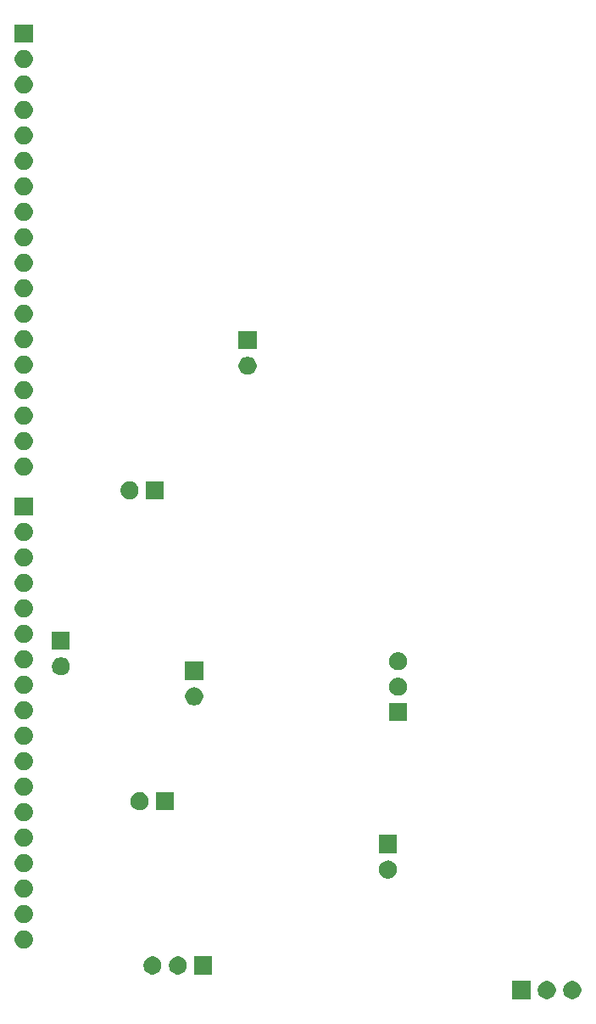
<source format=gbr>
G04 #@! TF.GenerationSoftware,KiCad,Pcbnew,(5.1.5-0-10_14)*
G04 #@! TF.CreationDate,2021-03-08T16:24:23-08:00*
G04 #@! TF.ProjectId,strive_pcb_rev2,73747269-7665-45f7-9063-625f72657632,rev?*
G04 #@! TF.SameCoordinates,Original*
G04 #@! TF.FileFunction,Soldermask,Bot*
G04 #@! TF.FilePolarity,Negative*
%FSLAX46Y46*%
G04 Gerber Fmt 4.6, Leading zero omitted, Abs format (unit mm)*
G04 Created by KiCad (PCBNEW (5.1.5-0-10_14)) date 2021-03-08 16:24:23*
%MOMM*%
%LPD*%
G04 APERTURE LIST*
%ADD10C,0.100000*%
G04 APERTURE END LIST*
D10*
G36*
X190778612Y-138930927D02*
G01*
X190927912Y-138960624D01*
X191091884Y-139028544D01*
X191239454Y-139127147D01*
X191364953Y-139252646D01*
X191463556Y-139400216D01*
X191531476Y-139564188D01*
X191566100Y-139738259D01*
X191566100Y-139915741D01*
X191531476Y-140089812D01*
X191463556Y-140253784D01*
X191364953Y-140401354D01*
X191239454Y-140526853D01*
X191091884Y-140625456D01*
X190927912Y-140693376D01*
X190778612Y-140723073D01*
X190753842Y-140728000D01*
X190576358Y-140728000D01*
X190551588Y-140723073D01*
X190402288Y-140693376D01*
X190238316Y-140625456D01*
X190090746Y-140526853D01*
X189965247Y-140401354D01*
X189866644Y-140253784D01*
X189798724Y-140089812D01*
X189764100Y-139915741D01*
X189764100Y-139738259D01*
X189798724Y-139564188D01*
X189866644Y-139400216D01*
X189965247Y-139252646D01*
X190090746Y-139127147D01*
X190238316Y-139028544D01*
X190402288Y-138960624D01*
X190551588Y-138930927D01*
X190576358Y-138926000D01*
X190753842Y-138926000D01*
X190778612Y-138930927D01*
G37*
G36*
X188238612Y-138930927D02*
G01*
X188387912Y-138960624D01*
X188551884Y-139028544D01*
X188699454Y-139127147D01*
X188824953Y-139252646D01*
X188923556Y-139400216D01*
X188991476Y-139564188D01*
X189026100Y-139738259D01*
X189026100Y-139915741D01*
X188991476Y-140089812D01*
X188923556Y-140253784D01*
X188824953Y-140401354D01*
X188699454Y-140526853D01*
X188551884Y-140625456D01*
X188387912Y-140693376D01*
X188238612Y-140723073D01*
X188213842Y-140728000D01*
X188036358Y-140728000D01*
X188011588Y-140723073D01*
X187862288Y-140693376D01*
X187698316Y-140625456D01*
X187550746Y-140526853D01*
X187425247Y-140401354D01*
X187326644Y-140253784D01*
X187258724Y-140089812D01*
X187224100Y-139915741D01*
X187224100Y-139738259D01*
X187258724Y-139564188D01*
X187326644Y-139400216D01*
X187425247Y-139252646D01*
X187550746Y-139127147D01*
X187698316Y-139028544D01*
X187862288Y-138960624D01*
X188011588Y-138930927D01*
X188036358Y-138926000D01*
X188213842Y-138926000D01*
X188238612Y-138930927D01*
G37*
G36*
X186486100Y-140728000D02*
G01*
X184684100Y-140728000D01*
X184684100Y-138926000D01*
X186486100Y-138926000D01*
X186486100Y-140728000D01*
G37*
G36*
X148855912Y-136467127D02*
G01*
X149005212Y-136496824D01*
X149169184Y-136564744D01*
X149316754Y-136663347D01*
X149442253Y-136788846D01*
X149540856Y-136936416D01*
X149608776Y-137100388D01*
X149643400Y-137274459D01*
X149643400Y-137451941D01*
X149608776Y-137626012D01*
X149540856Y-137789984D01*
X149442253Y-137937554D01*
X149316754Y-138063053D01*
X149169184Y-138161656D01*
X149005212Y-138229576D01*
X148855912Y-138259273D01*
X148831142Y-138264200D01*
X148653658Y-138264200D01*
X148628888Y-138259273D01*
X148479588Y-138229576D01*
X148315616Y-138161656D01*
X148168046Y-138063053D01*
X148042547Y-137937554D01*
X147943944Y-137789984D01*
X147876024Y-137626012D01*
X147841400Y-137451941D01*
X147841400Y-137274459D01*
X147876024Y-137100388D01*
X147943944Y-136936416D01*
X148042547Y-136788846D01*
X148168046Y-136663347D01*
X148315616Y-136564744D01*
X148479588Y-136496824D01*
X148628888Y-136467127D01*
X148653658Y-136462200D01*
X148831142Y-136462200D01*
X148855912Y-136467127D01*
G37*
G36*
X151395912Y-136467127D02*
G01*
X151545212Y-136496824D01*
X151709184Y-136564744D01*
X151856754Y-136663347D01*
X151982253Y-136788846D01*
X152080856Y-136936416D01*
X152148776Y-137100388D01*
X152183400Y-137274459D01*
X152183400Y-137451941D01*
X152148776Y-137626012D01*
X152080856Y-137789984D01*
X151982253Y-137937554D01*
X151856754Y-138063053D01*
X151709184Y-138161656D01*
X151545212Y-138229576D01*
X151395912Y-138259273D01*
X151371142Y-138264200D01*
X151193658Y-138264200D01*
X151168888Y-138259273D01*
X151019588Y-138229576D01*
X150855616Y-138161656D01*
X150708046Y-138063053D01*
X150582547Y-137937554D01*
X150483944Y-137789984D01*
X150416024Y-137626012D01*
X150381400Y-137451941D01*
X150381400Y-137274459D01*
X150416024Y-137100388D01*
X150483944Y-136936416D01*
X150582547Y-136788846D01*
X150708046Y-136663347D01*
X150855616Y-136564744D01*
X151019588Y-136496824D01*
X151168888Y-136467127D01*
X151193658Y-136462200D01*
X151371142Y-136462200D01*
X151395912Y-136467127D01*
G37*
G36*
X154723400Y-138264200D02*
G01*
X152921400Y-138264200D01*
X152921400Y-136462200D01*
X154723400Y-136462200D01*
X154723400Y-138264200D01*
G37*
G36*
X136013722Y-133892390D02*
G01*
X136163022Y-133922087D01*
X136326994Y-133990007D01*
X136474564Y-134088610D01*
X136600063Y-134214109D01*
X136698666Y-134361679D01*
X136766586Y-134525651D01*
X136801210Y-134699722D01*
X136801210Y-134877204D01*
X136766586Y-135051275D01*
X136698666Y-135215247D01*
X136600063Y-135362817D01*
X136474564Y-135488316D01*
X136326994Y-135586919D01*
X136163022Y-135654839D01*
X136013722Y-135684536D01*
X135988952Y-135689463D01*
X135811468Y-135689463D01*
X135786698Y-135684536D01*
X135637398Y-135654839D01*
X135473426Y-135586919D01*
X135325856Y-135488316D01*
X135200357Y-135362817D01*
X135101754Y-135215247D01*
X135033834Y-135051275D01*
X134999210Y-134877204D01*
X134999210Y-134699722D01*
X135033834Y-134525651D01*
X135101754Y-134361679D01*
X135200357Y-134214109D01*
X135325856Y-134088610D01*
X135473426Y-133990007D01*
X135637398Y-133922087D01*
X135786698Y-133892390D01*
X135811468Y-133887463D01*
X135988952Y-133887463D01*
X136013722Y-133892390D01*
G37*
G36*
X136013722Y-131352390D02*
G01*
X136163022Y-131382087D01*
X136326994Y-131450007D01*
X136474564Y-131548610D01*
X136600063Y-131674109D01*
X136698666Y-131821679D01*
X136766586Y-131985651D01*
X136801210Y-132159722D01*
X136801210Y-132337204D01*
X136766586Y-132511275D01*
X136698666Y-132675247D01*
X136600063Y-132822817D01*
X136474564Y-132948316D01*
X136326994Y-133046919D01*
X136163022Y-133114839D01*
X136013722Y-133144536D01*
X135988952Y-133149463D01*
X135811468Y-133149463D01*
X135786698Y-133144536D01*
X135637398Y-133114839D01*
X135473426Y-133046919D01*
X135325856Y-132948316D01*
X135200357Y-132822817D01*
X135101754Y-132675247D01*
X135033834Y-132511275D01*
X134999210Y-132337204D01*
X134999210Y-132159722D01*
X135033834Y-131985651D01*
X135101754Y-131821679D01*
X135200357Y-131674109D01*
X135325856Y-131548610D01*
X135473426Y-131450007D01*
X135637398Y-131382087D01*
X135786698Y-131352390D01*
X135811468Y-131347463D01*
X135988952Y-131347463D01*
X136013722Y-131352390D01*
G37*
G36*
X136013722Y-128812390D02*
G01*
X136163022Y-128842087D01*
X136326994Y-128910007D01*
X136474564Y-129008610D01*
X136600063Y-129134109D01*
X136698666Y-129281679D01*
X136766586Y-129445651D01*
X136801210Y-129619722D01*
X136801210Y-129797204D01*
X136766586Y-129971275D01*
X136698666Y-130135247D01*
X136600063Y-130282817D01*
X136474564Y-130408316D01*
X136326994Y-130506919D01*
X136163022Y-130574839D01*
X136013722Y-130604536D01*
X135988952Y-130609463D01*
X135811468Y-130609463D01*
X135786698Y-130604536D01*
X135637398Y-130574839D01*
X135473426Y-130506919D01*
X135325856Y-130408316D01*
X135200357Y-130282817D01*
X135101754Y-130135247D01*
X135033834Y-129971275D01*
X134999210Y-129797204D01*
X134999210Y-129619722D01*
X135033834Y-129445651D01*
X135101754Y-129281679D01*
X135200357Y-129134109D01*
X135325856Y-129008610D01*
X135473426Y-128910007D01*
X135637398Y-128842087D01*
X135786698Y-128812390D01*
X135811468Y-128807463D01*
X135988952Y-128807463D01*
X136013722Y-128812390D01*
G37*
G36*
X172376312Y-126916727D02*
G01*
X172525612Y-126946424D01*
X172689584Y-127014344D01*
X172837154Y-127112947D01*
X172962653Y-127238446D01*
X173061256Y-127386016D01*
X173129176Y-127549988D01*
X173163800Y-127724059D01*
X173163800Y-127901541D01*
X173129176Y-128075612D01*
X173061256Y-128239584D01*
X172962653Y-128387154D01*
X172837154Y-128512653D01*
X172689584Y-128611256D01*
X172525612Y-128679176D01*
X172376312Y-128708873D01*
X172351542Y-128713800D01*
X172174058Y-128713800D01*
X172149288Y-128708873D01*
X171999988Y-128679176D01*
X171836016Y-128611256D01*
X171688446Y-128512653D01*
X171562947Y-128387154D01*
X171464344Y-128239584D01*
X171396424Y-128075612D01*
X171361800Y-127901541D01*
X171361800Y-127724059D01*
X171396424Y-127549988D01*
X171464344Y-127386016D01*
X171562947Y-127238446D01*
X171688446Y-127112947D01*
X171836016Y-127014344D01*
X171999988Y-126946424D01*
X172149288Y-126916727D01*
X172174058Y-126911800D01*
X172351542Y-126911800D01*
X172376312Y-126916727D01*
G37*
G36*
X136013722Y-126272390D02*
G01*
X136163022Y-126302087D01*
X136326994Y-126370007D01*
X136474564Y-126468610D01*
X136600063Y-126594109D01*
X136698666Y-126741679D01*
X136766586Y-126905651D01*
X136801210Y-127079722D01*
X136801210Y-127257204D01*
X136766586Y-127431275D01*
X136698666Y-127595247D01*
X136600063Y-127742817D01*
X136474564Y-127868316D01*
X136326994Y-127966919D01*
X136163022Y-128034839D01*
X136013722Y-128064536D01*
X135988952Y-128069463D01*
X135811468Y-128069463D01*
X135786698Y-128064536D01*
X135637398Y-128034839D01*
X135473426Y-127966919D01*
X135325856Y-127868316D01*
X135200357Y-127742817D01*
X135101754Y-127595247D01*
X135033834Y-127431275D01*
X134999210Y-127257204D01*
X134999210Y-127079722D01*
X135033834Y-126905651D01*
X135101754Y-126741679D01*
X135200357Y-126594109D01*
X135325856Y-126468610D01*
X135473426Y-126370007D01*
X135637398Y-126302087D01*
X135786698Y-126272390D01*
X135811468Y-126267463D01*
X135988952Y-126267463D01*
X136013722Y-126272390D01*
G37*
G36*
X173163800Y-126173800D02*
G01*
X171361800Y-126173800D01*
X171361800Y-124371800D01*
X173163800Y-124371800D01*
X173163800Y-126173800D01*
G37*
G36*
X136013722Y-123732390D02*
G01*
X136163022Y-123762087D01*
X136326994Y-123830007D01*
X136474564Y-123928610D01*
X136600063Y-124054109D01*
X136698666Y-124201679D01*
X136766586Y-124365651D01*
X136801210Y-124539722D01*
X136801210Y-124717204D01*
X136766586Y-124891275D01*
X136698666Y-125055247D01*
X136600063Y-125202817D01*
X136474564Y-125328316D01*
X136326994Y-125426919D01*
X136163022Y-125494839D01*
X136013722Y-125524536D01*
X135988952Y-125529463D01*
X135811468Y-125529463D01*
X135786698Y-125524536D01*
X135637398Y-125494839D01*
X135473426Y-125426919D01*
X135325856Y-125328316D01*
X135200357Y-125202817D01*
X135101754Y-125055247D01*
X135033834Y-124891275D01*
X134999210Y-124717204D01*
X134999210Y-124539722D01*
X135033834Y-124365651D01*
X135101754Y-124201679D01*
X135200357Y-124054109D01*
X135325856Y-123928610D01*
X135473426Y-123830007D01*
X135637398Y-123762087D01*
X135786698Y-123732390D01*
X135811468Y-123727463D01*
X135988952Y-123727463D01*
X136013722Y-123732390D01*
G37*
G36*
X136013722Y-121192390D02*
G01*
X136163022Y-121222087D01*
X136326994Y-121290007D01*
X136474564Y-121388610D01*
X136600063Y-121514109D01*
X136698666Y-121661679D01*
X136766586Y-121825651D01*
X136801210Y-121999722D01*
X136801210Y-122177204D01*
X136766586Y-122351275D01*
X136698666Y-122515247D01*
X136600063Y-122662817D01*
X136474564Y-122788316D01*
X136326994Y-122886919D01*
X136163022Y-122954839D01*
X136013722Y-122984536D01*
X135988952Y-122989463D01*
X135811468Y-122989463D01*
X135786698Y-122984536D01*
X135637398Y-122954839D01*
X135473426Y-122886919D01*
X135325856Y-122788316D01*
X135200357Y-122662817D01*
X135101754Y-122515247D01*
X135033834Y-122351275D01*
X134999210Y-122177204D01*
X134999210Y-121999722D01*
X135033834Y-121825651D01*
X135101754Y-121661679D01*
X135200357Y-121514109D01*
X135325856Y-121388610D01*
X135473426Y-121290007D01*
X135637398Y-121222087D01*
X135786698Y-121192390D01*
X135811468Y-121187463D01*
X135988952Y-121187463D01*
X136013722Y-121192390D01*
G37*
G36*
X150901000Y-121901000D02*
G01*
X149099000Y-121901000D01*
X149099000Y-120099000D01*
X150901000Y-120099000D01*
X150901000Y-121901000D01*
G37*
G36*
X147573512Y-120103927D02*
G01*
X147722812Y-120133624D01*
X147886784Y-120201544D01*
X148034354Y-120300147D01*
X148159853Y-120425646D01*
X148258456Y-120573216D01*
X148326376Y-120737188D01*
X148361000Y-120911259D01*
X148361000Y-121088741D01*
X148326376Y-121262812D01*
X148258456Y-121426784D01*
X148159853Y-121574354D01*
X148034354Y-121699853D01*
X147886784Y-121798456D01*
X147722812Y-121866376D01*
X147573512Y-121896073D01*
X147548742Y-121901000D01*
X147371258Y-121901000D01*
X147346488Y-121896073D01*
X147197188Y-121866376D01*
X147033216Y-121798456D01*
X146885646Y-121699853D01*
X146760147Y-121574354D01*
X146661544Y-121426784D01*
X146593624Y-121262812D01*
X146559000Y-121088741D01*
X146559000Y-120911259D01*
X146593624Y-120737188D01*
X146661544Y-120573216D01*
X146760147Y-120425646D01*
X146885646Y-120300147D01*
X147033216Y-120201544D01*
X147197188Y-120133624D01*
X147346488Y-120103927D01*
X147371258Y-120099000D01*
X147548742Y-120099000D01*
X147573512Y-120103927D01*
G37*
G36*
X136013722Y-118652390D02*
G01*
X136163022Y-118682087D01*
X136326994Y-118750007D01*
X136474564Y-118848610D01*
X136600063Y-118974109D01*
X136698666Y-119121679D01*
X136766586Y-119285651D01*
X136801210Y-119459722D01*
X136801210Y-119637204D01*
X136766586Y-119811275D01*
X136698666Y-119975247D01*
X136600063Y-120122817D01*
X136474564Y-120248316D01*
X136326994Y-120346919D01*
X136163022Y-120414839D01*
X136013722Y-120444536D01*
X135988952Y-120449463D01*
X135811468Y-120449463D01*
X135786698Y-120444536D01*
X135637398Y-120414839D01*
X135473426Y-120346919D01*
X135325856Y-120248316D01*
X135200357Y-120122817D01*
X135101754Y-119975247D01*
X135033834Y-119811275D01*
X134999210Y-119637204D01*
X134999210Y-119459722D01*
X135033834Y-119285651D01*
X135101754Y-119121679D01*
X135200357Y-118974109D01*
X135325856Y-118848610D01*
X135473426Y-118750007D01*
X135637398Y-118682087D01*
X135786698Y-118652390D01*
X135811468Y-118647463D01*
X135988952Y-118647463D01*
X136013722Y-118652390D01*
G37*
G36*
X136013722Y-116112390D02*
G01*
X136163022Y-116142087D01*
X136326994Y-116210007D01*
X136474564Y-116308610D01*
X136600063Y-116434109D01*
X136698666Y-116581679D01*
X136766586Y-116745651D01*
X136801210Y-116919722D01*
X136801210Y-117097204D01*
X136766586Y-117271275D01*
X136698666Y-117435247D01*
X136600063Y-117582817D01*
X136474564Y-117708316D01*
X136326994Y-117806919D01*
X136163022Y-117874839D01*
X136013722Y-117904536D01*
X135988952Y-117909463D01*
X135811468Y-117909463D01*
X135786698Y-117904536D01*
X135637398Y-117874839D01*
X135473426Y-117806919D01*
X135325856Y-117708316D01*
X135200357Y-117582817D01*
X135101754Y-117435247D01*
X135033834Y-117271275D01*
X134999210Y-117097204D01*
X134999210Y-116919722D01*
X135033834Y-116745651D01*
X135101754Y-116581679D01*
X135200357Y-116434109D01*
X135325856Y-116308610D01*
X135473426Y-116210007D01*
X135637398Y-116142087D01*
X135786698Y-116112390D01*
X135811468Y-116107463D01*
X135988952Y-116107463D01*
X136013722Y-116112390D01*
G37*
G36*
X136013722Y-113572390D02*
G01*
X136163022Y-113602087D01*
X136326994Y-113670007D01*
X136474564Y-113768610D01*
X136600063Y-113894109D01*
X136698666Y-114041679D01*
X136766586Y-114205651D01*
X136801210Y-114379722D01*
X136801210Y-114557204D01*
X136766586Y-114731275D01*
X136698666Y-114895247D01*
X136600063Y-115042817D01*
X136474564Y-115168316D01*
X136326994Y-115266919D01*
X136163022Y-115334839D01*
X136013722Y-115364536D01*
X135988952Y-115369463D01*
X135811468Y-115369463D01*
X135786698Y-115364536D01*
X135637398Y-115334839D01*
X135473426Y-115266919D01*
X135325856Y-115168316D01*
X135200357Y-115042817D01*
X135101754Y-114895247D01*
X135033834Y-114731275D01*
X134999210Y-114557204D01*
X134999210Y-114379722D01*
X135033834Y-114205651D01*
X135101754Y-114041679D01*
X135200357Y-113894109D01*
X135325856Y-113768610D01*
X135473426Y-113670007D01*
X135637398Y-113602087D01*
X135786698Y-113572390D01*
X135811468Y-113567463D01*
X135988952Y-113567463D01*
X136013722Y-113572390D01*
G37*
G36*
X174179800Y-113016600D02*
G01*
X172377800Y-113016600D01*
X172377800Y-111214600D01*
X174179800Y-111214600D01*
X174179800Y-113016600D01*
G37*
G36*
X136013722Y-111032390D02*
G01*
X136163022Y-111062087D01*
X136326994Y-111130007D01*
X136474564Y-111228610D01*
X136600063Y-111354109D01*
X136698666Y-111501679D01*
X136766586Y-111665651D01*
X136801210Y-111839722D01*
X136801210Y-112017204D01*
X136766586Y-112191275D01*
X136698666Y-112355247D01*
X136600063Y-112502817D01*
X136474564Y-112628316D01*
X136326994Y-112726919D01*
X136163022Y-112794839D01*
X136013722Y-112824536D01*
X135988952Y-112829463D01*
X135811468Y-112829463D01*
X135786698Y-112824536D01*
X135637398Y-112794839D01*
X135473426Y-112726919D01*
X135325856Y-112628316D01*
X135200357Y-112502817D01*
X135101754Y-112355247D01*
X135033834Y-112191275D01*
X134999210Y-112017204D01*
X134999210Y-111839722D01*
X135033834Y-111665651D01*
X135101754Y-111501679D01*
X135200357Y-111354109D01*
X135325856Y-111228610D01*
X135473426Y-111130007D01*
X135637398Y-111062087D01*
X135786698Y-111032390D01*
X135811468Y-111027463D01*
X135988952Y-111027463D01*
X136013722Y-111032390D01*
G37*
G36*
X153021512Y-109644727D02*
G01*
X153170812Y-109674424D01*
X153334784Y-109742344D01*
X153482354Y-109840947D01*
X153607853Y-109966446D01*
X153706456Y-110114016D01*
X153774376Y-110277988D01*
X153804073Y-110427288D01*
X153806995Y-110441976D01*
X153809000Y-110452059D01*
X153809000Y-110629541D01*
X153774376Y-110803612D01*
X153706456Y-110967584D01*
X153607853Y-111115154D01*
X153482354Y-111240653D01*
X153334784Y-111339256D01*
X153170812Y-111407176D01*
X153021512Y-111436873D01*
X152996742Y-111441800D01*
X152819258Y-111441800D01*
X152794488Y-111436873D01*
X152645188Y-111407176D01*
X152481216Y-111339256D01*
X152333646Y-111240653D01*
X152208147Y-111115154D01*
X152109544Y-110967584D01*
X152041624Y-110803612D01*
X152007000Y-110629541D01*
X152007000Y-110452059D01*
X152009006Y-110441976D01*
X152011927Y-110427288D01*
X152041624Y-110277988D01*
X152109544Y-110114016D01*
X152208147Y-109966446D01*
X152333646Y-109840947D01*
X152481216Y-109742344D01*
X152645188Y-109674424D01*
X152794488Y-109644727D01*
X152819258Y-109639800D01*
X152996742Y-109639800D01*
X153021512Y-109644727D01*
G37*
G36*
X173392312Y-108679527D02*
G01*
X173541612Y-108709224D01*
X173705584Y-108777144D01*
X173853154Y-108875747D01*
X173978653Y-109001246D01*
X174077256Y-109148816D01*
X174145176Y-109312788D01*
X174174873Y-109462088D01*
X174179800Y-109486858D01*
X174179800Y-109664342D01*
X174177794Y-109674425D01*
X174145176Y-109838412D01*
X174077256Y-110002384D01*
X173978653Y-110149954D01*
X173853154Y-110275453D01*
X173705584Y-110374056D01*
X173541612Y-110441976D01*
X173392312Y-110471673D01*
X173367542Y-110476600D01*
X173190058Y-110476600D01*
X173165288Y-110471673D01*
X173015988Y-110441976D01*
X172852016Y-110374056D01*
X172704446Y-110275453D01*
X172578947Y-110149954D01*
X172480344Y-110002384D01*
X172412424Y-109838412D01*
X172379806Y-109674425D01*
X172377800Y-109664342D01*
X172377800Y-109486858D01*
X172382727Y-109462088D01*
X172412424Y-109312788D01*
X172480344Y-109148816D01*
X172578947Y-109001246D01*
X172704446Y-108875747D01*
X172852016Y-108777144D01*
X173015988Y-108709224D01*
X173165288Y-108679527D01*
X173190058Y-108674600D01*
X173367542Y-108674600D01*
X173392312Y-108679527D01*
G37*
G36*
X136013722Y-108492390D02*
G01*
X136163022Y-108522087D01*
X136326994Y-108590007D01*
X136474564Y-108688610D01*
X136600063Y-108814109D01*
X136698666Y-108961679D01*
X136766586Y-109125651D01*
X136801210Y-109299722D01*
X136801210Y-109477204D01*
X136766586Y-109651275D01*
X136698666Y-109815247D01*
X136600063Y-109962817D01*
X136474564Y-110088316D01*
X136326994Y-110186919D01*
X136163022Y-110254839D01*
X136013722Y-110284536D01*
X135988952Y-110289463D01*
X135811468Y-110289463D01*
X135786698Y-110284536D01*
X135637398Y-110254839D01*
X135473426Y-110186919D01*
X135325856Y-110088316D01*
X135200357Y-109962817D01*
X135101754Y-109815247D01*
X135033834Y-109651275D01*
X134999210Y-109477204D01*
X134999210Y-109299722D01*
X135033834Y-109125651D01*
X135101754Y-108961679D01*
X135200357Y-108814109D01*
X135325856Y-108688610D01*
X135473426Y-108590007D01*
X135637398Y-108522087D01*
X135786698Y-108492390D01*
X135811468Y-108487463D01*
X135988952Y-108487463D01*
X136013722Y-108492390D01*
G37*
G36*
X153809000Y-108901800D02*
G01*
X152007000Y-108901800D01*
X152007000Y-107099800D01*
X153809000Y-107099800D01*
X153809000Y-108901800D01*
G37*
G36*
X139711912Y-106647527D02*
G01*
X139861212Y-106677224D01*
X140025184Y-106745144D01*
X140172754Y-106843747D01*
X140298253Y-106969246D01*
X140396856Y-107116816D01*
X140464776Y-107280788D01*
X140499400Y-107454859D01*
X140499400Y-107632341D01*
X140464776Y-107806412D01*
X140396856Y-107970384D01*
X140298253Y-108117954D01*
X140172754Y-108243453D01*
X140025184Y-108342056D01*
X139861212Y-108409976D01*
X139711912Y-108439673D01*
X139687142Y-108444600D01*
X139509658Y-108444600D01*
X139484888Y-108439673D01*
X139335588Y-108409976D01*
X139171616Y-108342056D01*
X139024046Y-108243453D01*
X138898547Y-108117954D01*
X138799944Y-107970384D01*
X138732024Y-107806412D01*
X138697400Y-107632341D01*
X138697400Y-107454859D01*
X138732024Y-107280788D01*
X138799944Y-107116816D01*
X138898547Y-106969246D01*
X139024046Y-106843747D01*
X139171616Y-106745144D01*
X139335588Y-106677224D01*
X139484888Y-106647527D01*
X139509658Y-106642600D01*
X139687142Y-106642600D01*
X139711912Y-106647527D01*
G37*
G36*
X173392312Y-106139527D02*
G01*
X173541612Y-106169224D01*
X173705584Y-106237144D01*
X173853154Y-106335747D01*
X173978653Y-106461246D01*
X174077256Y-106608816D01*
X174145176Y-106772788D01*
X174179800Y-106946859D01*
X174179800Y-107124341D01*
X174145176Y-107298412D01*
X174077256Y-107462384D01*
X173978653Y-107609954D01*
X173853154Y-107735453D01*
X173705584Y-107834056D01*
X173541612Y-107901976D01*
X173392312Y-107931673D01*
X173367542Y-107936600D01*
X173190058Y-107936600D01*
X173165288Y-107931673D01*
X173015988Y-107901976D01*
X172852016Y-107834056D01*
X172704446Y-107735453D01*
X172578947Y-107609954D01*
X172480344Y-107462384D01*
X172412424Y-107298412D01*
X172377800Y-107124341D01*
X172377800Y-106946859D01*
X172412424Y-106772788D01*
X172480344Y-106608816D01*
X172578947Y-106461246D01*
X172704446Y-106335747D01*
X172852016Y-106237144D01*
X173015988Y-106169224D01*
X173165288Y-106139527D01*
X173190058Y-106134600D01*
X173367542Y-106134600D01*
X173392312Y-106139527D01*
G37*
G36*
X136013722Y-105952390D02*
G01*
X136163022Y-105982087D01*
X136326994Y-106050007D01*
X136474564Y-106148610D01*
X136600063Y-106274109D01*
X136698666Y-106421679D01*
X136766586Y-106585651D01*
X136801210Y-106759722D01*
X136801210Y-106937204D01*
X136766586Y-107111275D01*
X136698666Y-107275247D01*
X136600063Y-107422817D01*
X136474564Y-107548316D01*
X136326994Y-107646919D01*
X136163022Y-107714839D01*
X136013722Y-107744536D01*
X135988952Y-107749463D01*
X135811468Y-107749463D01*
X135786698Y-107744536D01*
X135637398Y-107714839D01*
X135473426Y-107646919D01*
X135325856Y-107548316D01*
X135200357Y-107422817D01*
X135101754Y-107275247D01*
X135033834Y-107111275D01*
X134999210Y-106937204D01*
X134999210Y-106759722D01*
X135033834Y-106585651D01*
X135101754Y-106421679D01*
X135200357Y-106274109D01*
X135325856Y-106148610D01*
X135473426Y-106050007D01*
X135637398Y-105982087D01*
X135786698Y-105952390D01*
X135811468Y-105947463D01*
X135988952Y-105947463D01*
X136013722Y-105952390D01*
G37*
G36*
X140499400Y-105904600D02*
G01*
X138697400Y-105904600D01*
X138697400Y-104102600D01*
X140499400Y-104102600D01*
X140499400Y-105904600D01*
G37*
G36*
X136013722Y-103412390D02*
G01*
X136163022Y-103442087D01*
X136326994Y-103510007D01*
X136474564Y-103608610D01*
X136600063Y-103734109D01*
X136698666Y-103881679D01*
X136766586Y-104045651D01*
X136801210Y-104219722D01*
X136801210Y-104397204D01*
X136766586Y-104571275D01*
X136698666Y-104735247D01*
X136600063Y-104882817D01*
X136474564Y-105008316D01*
X136326994Y-105106919D01*
X136163022Y-105174839D01*
X136013722Y-105204536D01*
X135988952Y-105209463D01*
X135811468Y-105209463D01*
X135786698Y-105204536D01*
X135637398Y-105174839D01*
X135473426Y-105106919D01*
X135325856Y-105008316D01*
X135200357Y-104882817D01*
X135101754Y-104735247D01*
X135033834Y-104571275D01*
X134999210Y-104397204D01*
X134999210Y-104219722D01*
X135033834Y-104045651D01*
X135101754Y-103881679D01*
X135200357Y-103734109D01*
X135325856Y-103608610D01*
X135473426Y-103510007D01*
X135637398Y-103442087D01*
X135786698Y-103412390D01*
X135811468Y-103407463D01*
X135988952Y-103407463D01*
X136013722Y-103412390D01*
G37*
G36*
X136013722Y-100872390D02*
G01*
X136163022Y-100902087D01*
X136326994Y-100970007D01*
X136474564Y-101068610D01*
X136600063Y-101194109D01*
X136698666Y-101341679D01*
X136766586Y-101505651D01*
X136801210Y-101679722D01*
X136801210Y-101857204D01*
X136766586Y-102031275D01*
X136698666Y-102195247D01*
X136600063Y-102342817D01*
X136474564Y-102468316D01*
X136326994Y-102566919D01*
X136163022Y-102634839D01*
X136013722Y-102664536D01*
X135988952Y-102669463D01*
X135811468Y-102669463D01*
X135786698Y-102664536D01*
X135637398Y-102634839D01*
X135473426Y-102566919D01*
X135325856Y-102468316D01*
X135200357Y-102342817D01*
X135101754Y-102195247D01*
X135033834Y-102031275D01*
X134999210Y-101857204D01*
X134999210Y-101679722D01*
X135033834Y-101505651D01*
X135101754Y-101341679D01*
X135200357Y-101194109D01*
X135325856Y-101068610D01*
X135473426Y-100970007D01*
X135637398Y-100902087D01*
X135786698Y-100872390D01*
X135811468Y-100867463D01*
X135988952Y-100867463D01*
X136013722Y-100872390D01*
G37*
G36*
X136013722Y-98332390D02*
G01*
X136163022Y-98362087D01*
X136326994Y-98430007D01*
X136474564Y-98528610D01*
X136600063Y-98654109D01*
X136698666Y-98801679D01*
X136766586Y-98965651D01*
X136801210Y-99139722D01*
X136801210Y-99317204D01*
X136766586Y-99491275D01*
X136698666Y-99655247D01*
X136600063Y-99802817D01*
X136474564Y-99928316D01*
X136326994Y-100026919D01*
X136163022Y-100094839D01*
X136013722Y-100124536D01*
X135988952Y-100129463D01*
X135811468Y-100129463D01*
X135786698Y-100124536D01*
X135637398Y-100094839D01*
X135473426Y-100026919D01*
X135325856Y-99928316D01*
X135200357Y-99802817D01*
X135101754Y-99655247D01*
X135033834Y-99491275D01*
X134999210Y-99317204D01*
X134999210Y-99139722D01*
X135033834Y-98965651D01*
X135101754Y-98801679D01*
X135200357Y-98654109D01*
X135325856Y-98528610D01*
X135473426Y-98430007D01*
X135637398Y-98362087D01*
X135786698Y-98332390D01*
X135811468Y-98327463D01*
X135988952Y-98327463D01*
X136013722Y-98332390D01*
G37*
G36*
X136013722Y-95792390D02*
G01*
X136163022Y-95822087D01*
X136326994Y-95890007D01*
X136474564Y-95988610D01*
X136600063Y-96114109D01*
X136698666Y-96261679D01*
X136766586Y-96425651D01*
X136801210Y-96599722D01*
X136801210Y-96777204D01*
X136766586Y-96951275D01*
X136698666Y-97115247D01*
X136600063Y-97262817D01*
X136474564Y-97388316D01*
X136326994Y-97486919D01*
X136163022Y-97554839D01*
X136013722Y-97584536D01*
X135988952Y-97589463D01*
X135811468Y-97589463D01*
X135786698Y-97584536D01*
X135637398Y-97554839D01*
X135473426Y-97486919D01*
X135325856Y-97388316D01*
X135200357Y-97262817D01*
X135101754Y-97115247D01*
X135033834Y-96951275D01*
X134999210Y-96777204D01*
X134999210Y-96599722D01*
X135033834Y-96425651D01*
X135101754Y-96261679D01*
X135200357Y-96114109D01*
X135325856Y-95988610D01*
X135473426Y-95890007D01*
X135637398Y-95822087D01*
X135786698Y-95792390D01*
X135811468Y-95787463D01*
X135988952Y-95787463D01*
X136013722Y-95792390D01*
G37*
G36*
X136013722Y-93252390D02*
G01*
X136163022Y-93282087D01*
X136326994Y-93350007D01*
X136474564Y-93448610D01*
X136600063Y-93574109D01*
X136698666Y-93721679D01*
X136766586Y-93885651D01*
X136801210Y-94059722D01*
X136801210Y-94237204D01*
X136766586Y-94411275D01*
X136698666Y-94575247D01*
X136600063Y-94722817D01*
X136474564Y-94848316D01*
X136326994Y-94946919D01*
X136163022Y-95014839D01*
X136013722Y-95044536D01*
X135988952Y-95049463D01*
X135811468Y-95049463D01*
X135786698Y-95044536D01*
X135637398Y-95014839D01*
X135473426Y-94946919D01*
X135325856Y-94848316D01*
X135200357Y-94722817D01*
X135101754Y-94575247D01*
X135033834Y-94411275D01*
X134999210Y-94237204D01*
X134999210Y-94059722D01*
X135033834Y-93885651D01*
X135101754Y-93721679D01*
X135200357Y-93574109D01*
X135325856Y-93448610D01*
X135473426Y-93350007D01*
X135637398Y-93282087D01*
X135786698Y-93252390D01*
X135811468Y-93247463D01*
X135988952Y-93247463D01*
X136013722Y-93252390D01*
G37*
G36*
X136801210Y-92509463D02*
G01*
X134999210Y-92509463D01*
X134999210Y-90707463D01*
X136801210Y-90707463D01*
X136801210Y-92509463D01*
G37*
G36*
X149901000Y-90901000D02*
G01*
X148099000Y-90901000D01*
X148099000Y-89099000D01*
X149901000Y-89099000D01*
X149901000Y-90901000D01*
G37*
G36*
X146573512Y-89103927D02*
G01*
X146722812Y-89133624D01*
X146886784Y-89201544D01*
X147034354Y-89300147D01*
X147159853Y-89425646D01*
X147258456Y-89573216D01*
X147326376Y-89737188D01*
X147361000Y-89911259D01*
X147361000Y-90088741D01*
X147326376Y-90262812D01*
X147258456Y-90426784D01*
X147159853Y-90574354D01*
X147034354Y-90699853D01*
X146886784Y-90798456D01*
X146722812Y-90866376D01*
X146573512Y-90896073D01*
X146548742Y-90901000D01*
X146371258Y-90901000D01*
X146346488Y-90896073D01*
X146197188Y-90866376D01*
X146033216Y-90798456D01*
X145885646Y-90699853D01*
X145760147Y-90574354D01*
X145661544Y-90426784D01*
X145593624Y-90262812D01*
X145559000Y-90088741D01*
X145559000Y-89911259D01*
X145593624Y-89737188D01*
X145661544Y-89573216D01*
X145760147Y-89425646D01*
X145885646Y-89300147D01*
X146033216Y-89201544D01*
X146197188Y-89133624D01*
X146346488Y-89103927D01*
X146371258Y-89099000D01*
X146548742Y-89099000D01*
X146573512Y-89103927D01*
G37*
G36*
X136003512Y-86733927D02*
G01*
X136152812Y-86763624D01*
X136316784Y-86831544D01*
X136464354Y-86930147D01*
X136589853Y-87055646D01*
X136688456Y-87203216D01*
X136756376Y-87367188D01*
X136791000Y-87541259D01*
X136791000Y-87718741D01*
X136756376Y-87892812D01*
X136688456Y-88056784D01*
X136589853Y-88204354D01*
X136464354Y-88329853D01*
X136316784Y-88428456D01*
X136152812Y-88496376D01*
X136003512Y-88526073D01*
X135978742Y-88531000D01*
X135801258Y-88531000D01*
X135776488Y-88526073D01*
X135627188Y-88496376D01*
X135463216Y-88428456D01*
X135315646Y-88329853D01*
X135190147Y-88204354D01*
X135091544Y-88056784D01*
X135023624Y-87892812D01*
X134989000Y-87718741D01*
X134989000Y-87541259D01*
X135023624Y-87367188D01*
X135091544Y-87203216D01*
X135190147Y-87055646D01*
X135315646Y-86930147D01*
X135463216Y-86831544D01*
X135627188Y-86763624D01*
X135776488Y-86733927D01*
X135801258Y-86729000D01*
X135978742Y-86729000D01*
X136003512Y-86733927D01*
G37*
G36*
X136003512Y-84193927D02*
G01*
X136152812Y-84223624D01*
X136316784Y-84291544D01*
X136464354Y-84390147D01*
X136589853Y-84515646D01*
X136688456Y-84663216D01*
X136756376Y-84827188D01*
X136791000Y-85001259D01*
X136791000Y-85178741D01*
X136756376Y-85352812D01*
X136688456Y-85516784D01*
X136589853Y-85664354D01*
X136464354Y-85789853D01*
X136316784Y-85888456D01*
X136152812Y-85956376D01*
X136003512Y-85986073D01*
X135978742Y-85991000D01*
X135801258Y-85991000D01*
X135776488Y-85986073D01*
X135627188Y-85956376D01*
X135463216Y-85888456D01*
X135315646Y-85789853D01*
X135190147Y-85664354D01*
X135091544Y-85516784D01*
X135023624Y-85352812D01*
X134989000Y-85178741D01*
X134989000Y-85001259D01*
X135023624Y-84827188D01*
X135091544Y-84663216D01*
X135190147Y-84515646D01*
X135315646Y-84390147D01*
X135463216Y-84291544D01*
X135627188Y-84223624D01*
X135776488Y-84193927D01*
X135801258Y-84189000D01*
X135978742Y-84189000D01*
X136003512Y-84193927D01*
G37*
G36*
X136003512Y-81653927D02*
G01*
X136152812Y-81683624D01*
X136316784Y-81751544D01*
X136464354Y-81850147D01*
X136589853Y-81975646D01*
X136688456Y-82123216D01*
X136756376Y-82287188D01*
X136791000Y-82461259D01*
X136791000Y-82638741D01*
X136756376Y-82812812D01*
X136688456Y-82976784D01*
X136589853Y-83124354D01*
X136464354Y-83249853D01*
X136316784Y-83348456D01*
X136152812Y-83416376D01*
X136003512Y-83446073D01*
X135978742Y-83451000D01*
X135801258Y-83451000D01*
X135776488Y-83446073D01*
X135627188Y-83416376D01*
X135463216Y-83348456D01*
X135315646Y-83249853D01*
X135190147Y-83124354D01*
X135091544Y-82976784D01*
X135023624Y-82812812D01*
X134989000Y-82638741D01*
X134989000Y-82461259D01*
X135023624Y-82287188D01*
X135091544Y-82123216D01*
X135190147Y-81975646D01*
X135315646Y-81850147D01*
X135463216Y-81751544D01*
X135627188Y-81683624D01*
X135776488Y-81653927D01*
X135801258Y-81649000D01*
X135978742Y-81649000D01*
X136003512Y-81653927D01*
G37*
G36*
X136003512Y-79113927D02*
G01*
X136152812Y-79143624D01*
X136316784Y-79211544D01*
X136464354Y-79310147D01*
X136589853Y-79435646D01*
X136688456Y-79583216D01*
X136756376Y-79747188D01*
X136791000Y-79921259D01*
X136791000Y-80098741D01*
X136756376Y-80272812D01*
X136688456Y-80436784D01*
X136589853Y-80584354D01*
X136464354Y-80709853D01*
X136316784Y-80808456D01*
X136152812Y-80876376D01*
X136003512Y-80906073D01*
X135978742Y-80911000D01*
X135801258Y-80911000D01*
X135776488Y-80906073D01*
X135627188Y-80876376D01*
X135463216Y-80808456D01*
X135315646Y-80709853D01*
X135190147Y-80584354D01*
X135091544Y-80436784D01*
X135023624Y-80272812D01*
X134989000Y-80098741D01*
X134989000Y-79921259D01*
X135023624Y-79747188D01*
X135091544Y-79583216D01*
X135190147Y-79435646D01*
X135315646Y-79310147D01*
X135463216Y-79211544D01*
X135627188Y-79143624D01*
X135776488Y-79113927D01*
X135801258Y-79109000D01*
X135978742Y-79109000D01*
X136003512Y-79113927D01*
G37*
G36*
X158355512Y-76675527D02*
G01*
X158504812Y-76705224D01*
X158668784Y-76773144D01*
X158816354Y-76871747D01*
X158941853Y-76997246D01*
X159040456Y-77144816D01*
X159108376Y-77308788D01*
X159143000Y-77482859D01*
X159143000Y-77660341D01*
X159108376Y-77834412D01*
X159040456Y-77998384D01*
X158941853Y-78145954D01*
X158816354Y-78271453D01*
X158668784Y-78370056D01*
X158504812Y-78437976D01*
X158355512Y-78467673D01*
X158330742Y-78472600D01*
X158153258Y-78472600D01*
X158128488Y-78467673D01*
X157979188Y-78437976D01*
X157815216Y-78370056D01*
X157667646Y-78271453D01*
X157542147Y-78145954D01*
X157443544Y-77998384D01*
X157375624Y-77834412D01*
X157341000Y-77660341D01*
X157341000Y-77482859D01*
X157375624Y-77308788D01*
X157443544Y-77144816D01*
X157542147Y-76997246D01*
X157667646Y-76871747D01*
X157815216Y-76773144D01*
X157979188Y-76705224D01*
X158128488Y-76675527D01*
X158153258Y-76670600D01*
X158330742Y-76670600D01*
X158355512Y-76675527D01*
G37*
G36*
X136003512Y-76573927D02*
G01*
X136152812Y-76603624D01*
X136316784Y-76671544D01*
X136464354Y-76770147D01*
X136589853Y-76895646D01*
X136688456Y-77043216D01*
X136756376Y-77207188D01*
X136791000Y-77381259D01*
X136791000Y-77558741D01*
X136756376Y-77732812D01*
X136688456Y-77896784D01*
X136589853Y-78044354D01*
X136464354Y-78169853D01*
X136316784Y-78268456D01*
X136152812Y-78336376D01*
X136003512Y-78366073D01*
X135978742Y-78371000D01*
X135801258Y-78371000D01*
X135776488Y-78366073D01*
X135627188Y-78336376D01*
X135463216Y-78268456D01*
X135315646Y-78169853D01*
X135190147Y-78044354D01*
X135091544Y-77896784D01*
X135023624Y-77732812D01*
X134989000Y-77558741D01*
X134989000Y-77381259D01*
X135023624Y-77207188D01*
X135091544Y-77043216D01*
X135190147Y-76895646D01*
X135315646Y-76770147D01*
X135463216Y-76671544D01*
X135627188Y-76603624D01*
X135776488Y-76573927D01*
X135801258Y-76569000D01*
X135978742Y-76569000D01*
X136003512Y-76573927D01*
G37*
G36*
X159143000Y-75932600D02*
G01*
X157341000Y-75932600D01*
X157341000Y-74130600D01*
X159143000Y-74130600D01*
X159143000Y-75932600D01*
G37*
G36*
X136003512Y-74033927D02*
G01*
X136152812Y-74063624D01*
X136316784Y-74131544D01*
X136464354Y-74230147D01*
X136589853Y-74355646D01*
X136688456Y-74503216D01*
X136756376Y-74667188D01*
X136791000Y-74841259D01*
X136791000Y-75018741D01*
X136756376Y-75192812D01*
X136688456Y-75356784D01*
X136589853Y-75504354D01*
X136464354Y-75629853D01*
X136316784Y-75728456D01*
X136152812Y-75796376D01*
X136003512Y-75826073D01*
X135978742Y-75831000D01*
X135801258Y-75831000D01*
X135776488Y-75826073D01*
X135627188Y-75796376D01*
X135463216Y-75728456D01*
X135315646Y-75629853D01*
X135190147Y-75504354D01*
X135091544Y-75356784D01*
X135023624Y-75192812D01*
X134989000Y-75018741D01*
X134989000Y-74841259D01*
X135023624Y-74667188D01*
X135091544Y-74503216D01*
X135190147Y-74355646D01*
X135315646Y-74230147D01*
X135463216Y-74131544D01*
X135627188Y-74063624D01*
X135776488Y-74033927D01*
X135801258Y-74029000D01*
X135978742Y-74029000D01*
X136003512Y-74033927D01*
G37*
G36*
X136003512Y-71493927D02*
G01*
X136152812Y-71523624D01*
X136316784Y-71591544D01*
X136464354Y-71690147D01*
X136589853Y-71815646D01*
X136688456Y-71963216D01*
X136756376Y-72127188D01*
X136791000Y-72301259D01*
X136791000Y-72478741D01*
X136756376Y-72652812D01*
X136688456Y-72816784D01*
X136589853Y-72964354D01*
X136464354Y-73089853D01*
X136316784Y-73188456D01*
X136152812Y-73256376D01*
X136003512Y-73286073D01*
X135978742Y-73291000D01*
X135801258Y-73291000D01*
X135776488Y-73286073D01*
X135627188Y-73256376D01*
X135463216Y-73188456D01*
X135315646Y-73089853D01*
X135190147Y-72964354D01*
X135091544Y-72816784D01*
X135023624Y-72652812D01*
X134989000Y-72478741D01*
X134989000Y-72301259D01*
X135023624Y-72127188D01*
X135091544Y-71963216D01*
X135190147Y-71815646D01*
X135315646Y-71690147D01*
X135463216Y-71591544D01*
X135627188Y-71523624D01*
X135776488Y-71493927D01*
X135801258Y-71489000D01*
X135978742Y-71489000D01*
X136003512Y-71493927D01*
G37*
G36*
X136003512Y-68953927D02*
G01*
X136152812Y-68983624D01*
X136316784Y-69051544D01*
X136464354Y-69150147D01*
X136589853Y-69275646D01*
X136688456Y-69423216D01*
X136756376Y-69587188D01*
X136791000Y-69761259D01*
X136791000Y-69938741D01*
X136756376Y-70112812D01*
X136688456Y-70276784D01*
X136589853Y-70424354D01*
X136464354Y-70549853D01*
X136316784Y-70648456D01*
X136152812Y-70716376D01*
X136003512Y-70746073D01*
X135978742Y-70751000D01*
X135801258Y-70751000D01*
X135776488Y-70746073D01*
X135627188Y-70716376D01*
X135463216Y-70648456D01*
X135315646Y-70549853D01*
X135190147Y-70424354D01*
X135091544Y-70276784D01*
X135023624Y-70112812D01*
X134989000Y-69938741D01*
X134989000Y-69761259D01*
X135023624Y-69587188D01*
X135091544Y-69423216D01*
X135190147Y-69275646D01*
X135315646Y-69150147D01*
X135463216Y-69051544D01*
X135627188Y-68983624D01*
X135776488Y-68953927D01*
X135801258Y-68949000D01*
X135978742Y-68949000D01*
X136003512Y-68953927D01*
G37*
G36*
X136003512Y-66413927D02*
G01*
X136152812Y-66443624D01*
X136316784Y-66511544D01*
X136464354Y-66610147D01*
X136589853Y-66735646D01*
X136688456Y-66883216D01*
X136756376Y-67047188D01*
X136791000Y-67221259D01*
X136791000Y-67398741D01*
X136756376Y-67572812D01*
X136688456Y-67736784D01*
X136589853Y-67884354D01*
X136464354Y-68009853D01*
X136316784Y-68108456D01*
X136152812Y-68176376D01*
X136003512Y-68206073D01*
X135978742Y-68211000D01*
X135801258Y-68211000D01*
X135776488Y-68206073D01*
X135627188Y-68176376D01*
X135463216Y-68108456D01*
X135315646Y-68009853D01*
X135190147Y-67884354D01*
X135091544Y-67736784D01*
X135023624Y-67572812D01*
X134989000Y-67398741D01*
X134989000Y-67221259D01*
X135023624Y-67047188D01*
X135091544Y-66883216D01*
X135190147Y-66735646D01*
X135315646Y-66610147D01*
X135463216Y-66511544D01*
X135627188Y-66443624D01*
X135776488Y-66413927D01*
X135801258Y-66409000D01*
X135978742Y-66409000D01*
X136003512Y-66413927D01*
G37*
G36*
X136003512Y-63873927D02*
G01*
X136152812Y-63903624D01*
X136316784Y-63971544D01*
X136464354Y-64070147D01*
X136589853Y-64195646D01*
X136688456Y-64343216D01*
X136756376Y-64507188D01*
X136791000Y-64681259D01*
X136791000Y-64858741D01*
X136756376Y-65032812D01*
X136688456Y-65196784D01*
X136589853Y-65344354D01*
X136464354Y-65469853D01*
X136316784Y-65568456D01*
X136152812Y-65636376D01*
X136003512Y-65666073D01*
X135978742Y-65671000D01*
X135801258Y-65671000D01*
X135776488Y-65666073D01*
X135627188Y-65636376D01*
X135463216Y-65568456D01*
X135315646Y-65469853D01*
X135190147Y-65344354D01*
X135091544Y-65196784D01*
X135023624Y-65032812D01*
X134989000Y-64858741D01*
X134989000Y-64681259D01*
X135023624Y-64507188D01*
X135091544Y-64343216D01*
X135190147Y-64195646D01*
X135315646Y-64070147D01*
X135463216Y-63971544D01*
X135627188Y-63903624D01*
X135776488Y-63873927D01*
X135801258Y-63869000D01*
X135978742Y-63869000D01*
X136003512Y-63873927D01*
G37*
G36*
X136003512Y-61333927D02*
G01*
X136152812Y-61363624D01*
X136316784Y-61431544D01*
X136464354Y-61530147D01*
X136589853Y-61655646D01*
X136688456Y-61803216D01*
X136756376Y-61967188D01*
X136791000Y-62141259D01*
X136791000Y-62318741D01*
X136756376Y-62492812D01*
X136688456Y-62656784D01*
X136589853Y-62804354D01*
X136464354Y-62929853D01*
X136316784Y-63028456D01*
X136152812Y-63096376D01*
X136003512Y-63126073D01*
X135978742Y-63131000D01*
X135801258Y-63131000D01*
X135776488Y-63126073D01*
X135627188Y-63096376D01*
X135463216Y-63028456D01*
X135315646Y-62929853D01*
X135190147Y-62804354D01*
X135091544Y-62656784D01*
X135023624Y-62492812D01*
X134989000Y-62318741D01*
X134989000Y-62141259D01*
X135023624Y-61967188D01*
X135091544Y-61803216D01*
X135190147Y-61655646D01*
X135315646Y-61530147D01*
X135463216Y-61431544D01*
X135627188Y-61363624D01*
X135776488Y-61333927D01*
X135801258Y-61329000D01*
X135978742Y-61329000D01*
X136003512Y-61333927D01*
G37*
G36*
X136003512Y-58793927D02*
G01*
X136152812Y-58823624D01*
X136316784Y-58891544D01*
X136464354Y-58990147D01*
X136589853Y-59115646D01*
X136688456Y-59263216D01*
X136756376Y-59427188D01*
X136791000Y-59601259D01*
X136791000Y-59778741D01*
X136756376Y-59952812D01*
X136688456Y-60116784D01*
X136589853Y-60264354D01*
X136464354Y-60389853D01*
X136316784Y-60488456D01*
X136152812Y-60556376D01*
X136003512Y-60586073D01*
X135978742Y-60591000D01*
X135801258Y-60591000D01*
X135776488Y-60586073D01*
X135627188Y-60556376D01*
X135463216Y-60488456D01*
X135315646Y-60389853D01*
X135190147Y-60264354D01*
X135091544Y-60116784D01*
X135023624Y-59952812D01*
X134989000Y-59778741D01*
X134989000Y-59601259D01*
X135023624Y-59427188D01*
X135091544Y-59263216D01*
X135190147Y-59115646D01*
X135315646Y-58990147D01*
X135463216Y-58891544D01*
X135627188Y-58823624D01*
X135776488Y-58793927D01*
X135801258Y-58789000D01*
X135978742Y-58789000D01*
X136003512Y-58793927D01*
G37*
G36*
X136003512Y-56253927D02*
G01*
X136152812Y-56283624D01*
X136316784Y-56351544D01*
X136464354Y-56450147D01*
X136589853Y-56575646D01*
X136688456Y-56723216D01*
X136756376Y-56887188D01*
X136791000Y-57061259D01*
X136791000Y-57238741D01*
X136756376Y-57412812D01*
X136688456Y-57576784D01*
X136589853Y-57724354D01*
X136464354Y-57849853D01*
X136316784Y-57948456D01*
X136152812Y-58016376D01*
X136003512Y-58046073D01*
X135978742Y-58051000D01*
X135801258Y-58051000D01*
X135776488Y-58046073D01*
X135627188Y-58016376D01*
X135463216Y-57948456D01*
X135315646Y-57849853D01*
X135190147Y-57724354D01*
X135091544Y-57576784D01*
X135023624Y-57412812D01*
X134989000Y-57238741D01*
X134989000Y-57061259D01*
X135023624Y-56887188D01*
X135091544Y-56723216D01*
X135190147Y-56575646D01*
X135315646Y-56450147D01*
X135463216Y-56351544D01*
X135627188Y-56283624D01*
X135776488Y-56253927D01*
X135801258Y-56249000D01*
X135978742Y-56249000D01*
X136003512Y-56253927D01*
G37*
G36*
X136003512Y-53713927D02*
G01*
X136152812Y-53743624D01*
X136316784Y-53811544D01*
X136464354Y-53910147D01*
X136589853Y-54035646D01*
X136688456Y-54183216D01*
X136756376Y-54347188D01*
X136791000Y-54521259D01*
X136791000Y-54698741D01*
X136756376Y-54872812D01*
X136688456Y-55036784D01*
X136589853Y-55184354D01*
X136464354Y-55309853D01*
X136316784Y-55408456D01*
X136152812Y-55476376D01*
X136003512Y-55506073D01*
X135978742Y-55511000D01*
X135801258Y-55511000D01*
X135776488Y-55506073D01*
X135627188Y-55476376D01*
X135463216Y-55408456D01*
X135315646Y-55309853D01*
X135190147Y-55184354D01*
X135091544Y-55036784D01*
X135023624Y-54872812D01*
X134989000Y-54698741D01*
X134989000Y-54521259D01*
X135023624Y-54347188D01*
X135091544Y-54183216D01*
X135190147Y-54035646D01*
X135315646Y-53910147D01*
X135463216Y-53811544D01*
X135627188Y-53743624D01*
X135776488Y-53713927D01*
X135801258Y-53709000D01*
X135978742Y-53709000D01*
X136003512Y-53713927D01*
G37*
G36*
X136003512Y-51173927D02*
G01*
X136152812Y-51203624D01*
X136316784Y-51271544D01*
X136464354Y-51370147D01*
X136589853Y-51495646D01*
X136688456Y-51643216D01*
X136756376Y-51807188D01*
X136791000Y-51981259D01*
X136791000Y-52158741D01*
X136756376Y-52332812D01*
X136688456Y-52496784D01*
X136589853Y-52644354D01*
X136464354Y-52769853D01*
X136316784Y-52868456D01*
X136152812Y-52936376D01*
X136003512Y-52966073D01*
X135978742Y-52971000D01*
X135801258Y-52971000D01*
X135776488Y-52966073D01*
X135627188Y-52936376D01*
X135463216Y-52868456D01*
X135315646Y-52769853D01*
X135190147Y-52644354D01*
X135091544Y-52496784D01*
X135023624Y-52332812D01*
X134989000Y-52158741D01*
X134989000Y-51981259D01*
X135023624Y-51807188D01*
X135091544Y-51643216D01*
X135190147Y-51495646D01*
X135315646Y-51370147D01*
X135463216Y-51271544D01*
X135627188Y-51203624D01*
X135776488Y-51173927D01*
X135801258Y-51169000D01*
X135978742Y-51169000D01*
X136003512Y-51173927D01*
G37*
G36*
X136003512Y-48633927D02*
G01*
X136152812Y-48663624D01*
X136316784Y-48731544D01*
X136464354Y-48830147D01*
X136589853Y-48955646D01*
X136688456Y-49103216D01*
X136756376Y-49267188D01*
X136791000Y-49441259D01*
X136791000Y-49618741D01*
X136756376Y-49792812D01*
X136688456Y-49956784D01*
X136589853Y-50104354D01*
X136464354Y-50229853D01*
X136316784Y-50328456D01*
X136152812Y-50396376D01*
X136003512Y-50426073D01*
X135978742Y-50431000D01*
X135801258Y-50431000D01*
X135776488Y-50426073D01*
X135627188Y-50396376D01*
X135463216Y-50328456D01*
X135315646Y-50229853D01*
X135190147Y-50104354D01*
X135091544Y-49956784D01*
X135023624Y-49792812D01*
X134989000Y-49618741D01*
X134989000Y-49441259D01*
X135023624Y-49267188D01*
X135091544Y-49103216D01*
X135190147Y-48955646D01*
X135315646Y-48830147D01*
X135463216Y-48731544D01*
X135627188Y-48663624D01*
X135776488Y-48633927D01*
X135801258Y-48629000D01*
X135978742Y-48629000D01*
X136003512Y-48633927D01*
G37*
G36*
X136003512Y-46093927D02*
G01*
X136152812Y-46123624D01*
X136316784Y-46191544D01*
X136464354Y-46290147D01*
X136589853Y-46415646D01*
X136688456Y-46563216D01*
X136756376Y-46727188D01*
X136791000Y-46901259D01*
X136791000Y-47078741D01*
X136756376Y-47252812D01*
X136688456Y-47416784D01*
X136589853Y-47564354D01*
X136464354Y-47689853D01*
X136316784Y-47788456D01*
X136152812Y-47856376D01*
X136003512Y-47886073D01*
X135978742Y-47891000D01*
X135801258Y-47891000D01*
X135776488Y-47886073D01*
X135627188Y-47856376D01*
X135463216Y-47788456D01*
X135315646Y-47689853D01*
X135190147Y-47564354D01*
X135091544Y-47416784D01*
X135023624Y-47252812D01*
X134989000Y-47078741D01*
X134989000Y-46901259D01*
X135023624Y-46727188D01*
X135091544Y-46563216D01*
X135190147Y-46415646D01*
X135315646Y-46290147D01*
X135463216Y-46191544D01*
X135627188Y-46123624D01*
X135776488Y-46093927D01*
X135801258Y-46089000D01*
X135978742Y-46089000D01*
X136003512Y-46093927D01*
G37*
G36*
X136791000Y-45351000D02*
G01*
X134989000Y-45351000D01*
X134989000Y-43549000D01*
X136791000Y-43549000D01*
X136791000Y-45351000D01*
G37*
M02*

</source>
